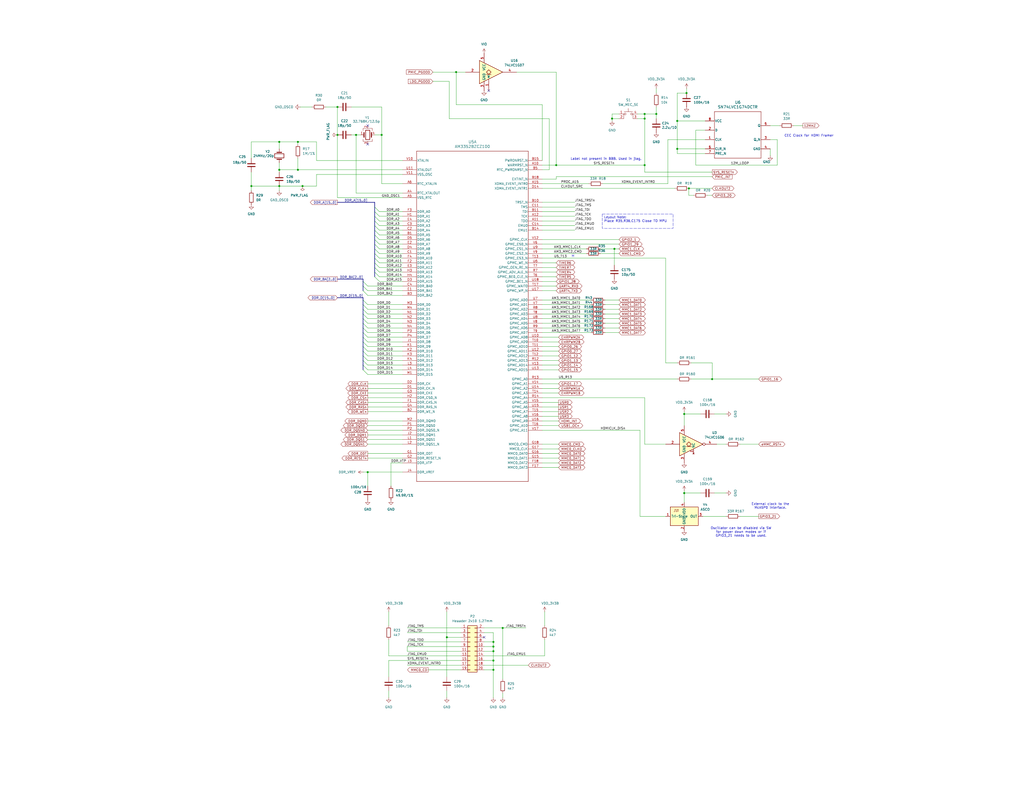
<source format=kicad_sch>
(kicad_sch (version 20231120) (generator "eeschema") (generator_version "8.0")
  (paper "C")
  (title_block (title "PROCESSOR 1 OF 3, JTAG HEADER"))
  (junction (at 269.24 360.68))
  (junction (at 375.92 102.87))
  (junction (at 373.38 269.24))
  (junction (at 369.57 81.28))
  (junction (at 200.66 257.81))
  (junction (at 165.1 101.6))
  (junction (at 137.16 101.6))
  (junction (at 248.92 39.37))
  (junction (at 374.65 50.8))
  (junction (at 269.24 365.76))
  (junction (at 162.56 92.71))
  (junction (at 334.01 64.77))
  (junction (at 335.28 135.89))
  (junction (at 373.38 226.06))
  (junction (at 269.24 350.52))
  (junction (at 351.79 64.77))
  (junction (at 351.79 90.17))
  (junction (at 184.15 73.66))
  (junction (at 269.24 353.06))
  (junction (at 303.53 90.17))
  (junction (at 274.32 342.9))
  (junction (at 388.62 207.01))
  (junction (at 351.79 62.23))
  (junction (at 162.56 77.47))
  (junction (at 369.57 66.04))
  (junction (at 243.84 347.98))
  (junction (at 152.4 101.6))
  (junction (at 152.4 92.71))
  (junction (at 194.31 73.66))
  (junction (at 184.15 58.42))
  (junction (at 269.24 355.6))
  (junction (at 358.14 62.23))
  (junction (at 208.28 73.66))
  (junction (at 152.4 77.47))
  (no_connect (at 264.16 347.98))
  (no_connect (at 200.66 78.74))
  (no_connect (at 266.7 49.53))
  (no_connect (at 200.66 68.58))
  (bus_entry (at 204.47 123.19) (size 2.54 2.54))
  (bus_entry (at 204.47 133.35) (size 2.54 2.54))
  (bus_entry (at 204.47 146.05) (size 2.54 2.54))
  (bus_entry (at 204.47 120.65) (size 2.54 2.54))
  (bus_entry (at 204.47 130.81) (size 2.54 2.54))
  (bus_entry (at 198.12 163.83) (size 2.54 2.54))
  (bus_entry (at 198.12 194.31) (size 2.54 2.54))
  (bus_entry (at 204.47 143.51) (size 2.54 2.54))
  (bus_entry (at 204.47 151.13) (size 2.54 2.54))
  (bus_entry (at 204.47 148.59) (size 2.54 2.54))
  (bus_entry (at 198.12 199.39) (size 2.54 2.54))
  (bus_entry (at 204.47 125.73) (size 2.54 2.54))
  (bus_entry (at 204.47 138.43) (size 2.54 2.54))
  (bus_entry (at 198.12 158.75) (size 2.54 2.54))
  (bus_entry (at 198.12 179.07) (size 2.54 2.54))
  (bus_entry (at 198.12 176.53) (size 2.54 2.54))
  (bus_entry (at 198.12 173.99) (size 2.54 2.54))
  (bus_entry (at 198.12 181.61) (size 2.54 2.54))
  (bus_entry (at 204.47 135.89) (size 2.54 2.54))
  (bus_entry (at 198.12 186.69) (size 2.54 2.54))
  (bus_entry (at 204.47 118.11) (size 2.54 2.54))
  (bus_entry (at 198.12 168.91) (size 2.54 2.54))
  (bus_entry (at 198.12 153.67) (size 2.54 2.54))
  (bus_entry (at 198.12 189.23) (size 2.54 2.54))
  (bus_entry (at 198.12 184.15) (size 2.54 2.54))
  (bus_entry (at 198.12 201.93) (size 2.54 2.54))
  (bus_entry (at 204.47 140.97) (size 2.54 2.54))
  (bus_entry (at 204.47 113.03) (size 2.54 2.54))
  (bus_entry (at 198.12 196.85) (size 2.54 2.54))
  (bus_entry (at 204.47 128.27) (size 2.54 2.54))
  (bus_entry (at 198.12 171.45) (size 2.54 2.54))
  (bus_entry (at 204.47 115.57) (size 2.54 2.54))
  (bus_entry (at 198.12 191.77) (size 2.54 2.54))
  (bus_entry (at 198.12 156.21) (size 2.54 2.54))
  (bus_entry (at 198.12 166.37) (size 2.54 2.54))
  (bus (pts (xy 204.47 143.51) (xy 204.47 140.97)))
  (bus (pts (xy 198.12 194.31) (xy 198.12 191.77)))
  (wire (pts (xy 384.81 71.12) (xy 379.73 71.12)))
  (bus (pts (xy 198.12 171.45) (xy 198.12 168.91)))
  (wire (pts (xy 200.66 242.57) (xy 219.71 242.57)))
  (wire (pts (xy 337.82 62.23) (xy 334.01 62.23)))
  (wire (pts (xy 172.72 95.25) (xy 172.72 101.6)))
  (wire (pts (xy 377.19 198.12) (xy 388.62 198.12)))
  (wire (pts (xy 212.09 341.63) (xy 212.09 334.01)))
  (wire (pts (xy 207.01 118.11) (xy 219.71 118.11)))
  (wire (pts (xy 384.81 83.82) (xy 369.57 83.82)))
  (wire (pts (xy 163.83 58.42) (xy 170.18 58.42)))
  (wire (pts (xy 269.24 350.52) (xy 269.24 353.06)))
  (wire (pts (xy 295.91 252.73) (xy 304.8 252.73)))
  (wire (pts (xy 264.16 355.6) (xy 269.24 355.6)))
  (wire (pts (xy 200.66 158.75) (xy 219.71 158.75)))
  (wire (pts (xy 264.16 350.52) (xy 269.24 350.52)))
  (wire (pts (xy 327.66 135.89) (xy 335.28 135.89)))
  (wire (pts (xy 295.91 250.19) (xy 304.8 250.19)))
  (wire (pts (xy 373.38 226.06) (xy 382.27 226.06)))
  (wire (pts (xy 375.92 102.87) (xy 375.92 106.68)))
  (wire (pts (xy 295.91 120.65) (xy 313.69 120.65)))
  (wire (pts (xy 208.28 58.42) (xy 208.28 73.66)))
  (wire (pts (xy 349.25 234.95) (xy 349.25 281.94)))
  (wire (pts (xy 212.09 358.14) (xy 212.09 349.25)))
  (wire (pts (xy 295.91 229.87) (xy 304.8 229.87)))
  (wire (pts (xy 330.2 181.61) (xy 337.82 181.61)))
  (wire (pts (xy 358.14 58.42) (xy 358.14 62.23)))
  (bus (pts (xy 198.12 176.53) (xy 198.12 173.99)))
  (wire (pts (xy 347.98 64.77) (xy 351.79 64.77)))
  (wire (pts (xy 200.66 166.37) (xy 219.71 166.37)))
  (bus (pts (xy 204.47 133.35) (xy 204.47 130.81)))
  (wire (pts (xy 184.15 58.42) (xy 184.15 73.66)))
  (wire (pts (xy 295.91 196.85) (xy 304.8 196.85)))
  (bus (pts (xy 204.47 151.13) (xy 204.47 148.59)))
  (wire (pts (xy 295.91 181.61) (xy 322.58 181.61)))
  (wire (pts (xy 330.2 176.53) (xy 337.82 176.53)))
  (wire (pts (xy 200.66 184.15) (xy 219.71 184.15)))
  (wire (pts (xy 207.01 120.65) (xy 219.71 120.65)))
  (wire (pts (xy 264.16 360.68) (xy 269.24 360.68)))
  (wire (pts (xy 388.62 207.01) (xy 414.02 207.01)))
  (bus (pts (xy 184.15 152.4) (xy 198.12 152.4)))
  (wire (pts (xy 328.93 100.33) (xy 364.49 100.33)))
  (wire (pts (xy 295.91 191.77) (xy 304.8 191.77)))
  (wire (pts (xy 274.32 342.9) (xy 274.32 370.84)))
  (wire (pts (xy 200.66 181.61) (xy 219.71 181.61)))
  (wire (pts (xy 374.65 48.26) (xy 374.65 50.8)))
  (wire (pts (xy 248.92 39.37) (xy 254 39.37)))
  (wire (pts (xy 251.46 347.98) (xy 243.84 347.98)))
  (wire (pts (xy 222.25 342.9) (xy 251.46 342.9)))
  (wire (pts (xy 207.01 133.35) (xy 219.71 133.35)))
  (wire (pts (xy 200.66 257.81) (xy 219.71 257.81)))
  (wire (pts (xy 137.16 86.36) (xy 137.16 77.47)))
  (bus (pts (xy 198.12 199.39) (xy 198.12 196.85)))
  (wire (pts (xy 295.91 207.01) (xy 369.57 207.01)))
  (wire (pts (xy 219.71 107.95) (xy 184.15 107.95)))
  (wire (pts (xy 379.73 71.12) (xy 379.73 90.17)))
  (wire (pts (xy 358.14 48.26) (xy 358.14 50.8)))
  (wire (pts (xy 295.91 201.93) (xy 304.8 201.93)))
  (wire (pts (xy 162.56 92.71) (xy 219.71 92.71)))
  (wire (pts (xy 222.25 345.44) (xy 251.46 345.44)))
  (wire (pts (xy 295.91 222.25) (xy 304.8 222.25)))
  (wire (pts (xy 207.01 151.13) (xy 219.71 151.13)))
  (wire (pts (xy 264.16 358.14) (xy 297.18 358.14)))
  (wire (pts (xy 243.84 347.98) (xy 243.84 369.57)))
  (wire (pts (xy 207.01 138.43) (xy 219.71 138.43)))
  (wire (pts (xy 269.24 353.06) (xy 269.24 355.6)))
  (wire (pts (xy 200.66 219.71) (xy 219.71 219.71)))
  (bus (pts (xy 204.47 120.65) (xy 204.47 118.11)))
  (wire (pts (xy 295.91 115.57) (xy 313.69 115.57)))
  (wire (pts (xy 219.71 105.41) (xy 194.31 105.41)))
  (wire (pts (xy 386.08 106.68) (xy 388.62 106.68)))
  (wire (pts (xy 269.24 355.6) (xy 269.24 360.68)))
  (wire (pts (xy 251.46 360.68) (xy 212.09 360.68)))
  (wire (pts (xy 137.16 104.14) (xy 137.16 101.6)))
  (wire (pts (xy 207.01 135.89) (xy 219.71 135.89)))
  (wire (pts (xy 295.91 217.17) (xy 351.79 217.17)))
  (wire (pts (xy 297.18 358.14) (xy 297.18 349.25)))
  (wire (pts (xy 248.92 57.15) (xy 248.92 39.37)))
  (wire (pts (xy 295.91 189.23) (xy 304.8 189.23)))
  (wire (pts (xy 200.66 232.41) (xy 219.71 232.41)))
  (wire (pts (xy 295.91 158.75) (xy 303.53 158.75)))
  (bus (pts (xy 198.12 196.85) (xy 198.12 194.31)))
  (wire (pts (xy 219.71 100.33) (xy 208.28 100.33)))
  (wire (pts (xy 351.79 90.17) (xy 351.79 93.98)))
  (wire (pts (xy 295.91 255.27) (xy 304.8 255.27)))
  (wire (pts (xy 222.25 350.52) (xy 251.46 350.52)))
  (wire (pts (xy 200.66 209.55) (xy 219.71 209.55)))
  (bus (pts (xy 198.12 153.67) (xy 198.12 156.21)))
  (wire (pts (xy 200.66 196.85) (xy 219.71 196.85)))
  (wire (pts (xy 327.66 138.43) (xy 337.82 138.43)))
  (wire (pts (xy 172.72 77.47) (xy 172.72 87.63)))
  (wire (pts (xy 369.57 83.82) (xy 369.57 81.28)))
  (wire (pts (xy 295.91 247.65) (xy 304.8 247.65)))
  (wire (pts (xy 264.16 342.9) (xy 274.32 342.9)))
  (wire (pts (xy 295.91 209.55) (xy 304.8 209.55)))
  (wire (pts (xy 165.1 101.6) (xy 172.72 101.6)))
  (wire (pts (xy 207.01 148.59) (xy 219.71 148.59)))
  (wire (pts (xy 388.62 207.01) (xy 377.19 207.01)))
  (bus (pts (xy 198.12 181.61) (xy 198.12 179.07)))
  (wire (pts (xy 351.79 93.98) (xy 388.62 93.98)))
  (wire (pts (xy 213.36 252.73) (xy 213.36 265.43)))
  (wire (pts (xy 420.37 68.58) (xy 425.45 68.58)))
  (wire (pts (xy 162.56 86.36) (xy 162.56 92.71)))
  (bus (pts (xy 204.47 135.89) (xy 204.47 133.35)))
  (wire (pts (xy 403.86 281.94) (xy 414.02 281.94)))
  (bus (pts (xy 204.47 128.27) (xy 204.47 125.73)))
  (wire (pts (xy 295.91 135.89) (xy 320.04 135.89)))
  (wire (pts (xy 207.01 115.57) (xy 219.71 115.57)))
  (wire (pts (xy 295.91 57.15) (xy 248.92 57.15)))
  (wire (pts (xy 295.91 110.49) (xy 313.69 110.49)))
  (wire (pts (xy 330.2 171.45) (xy 337.82 171.45)))
  (wire (pts (xy 200.66 168.91) (xy 219.71 168.91)))
  (wire (pts (xy 335.28 135.89) (xy 335.28 144.78)))
  (wire (pts (xy 373.38 267.97) (xy 373.38 269.24)))
  (wire (pts (xy 200.66 257.81) (xy 200.66 265.43)))
  (wire (pts (xy 200.66 189.23) (xy 219.71 189.23)))
  (wire (pts (xy 207.01 140.97) (xy 219.71 140.97)))
  (wire (pts (xy 369.57 50.8) (xy 369.57 66.04)))
  (wire (pts (xy 330.2 163.83) (xy 337.82 163.83)))
  (wire (pts (xy 364.49 76.2) (xy 384.81 76.2)))
  (wire (pts (xy 295.91 151.13) (xy 303.53 151.13)))
  (wire (pts (xy 152.4 92.71) (xy 152.4 88.9)))
  (wire (pts (xy 295.91 214.63) (xy 304.8 214.63)))
  (wire (pts (xy 335.28 135.89) (xy 337.82 135.89)))
  (wire (pts (xy 200.66 224.79) (xy 219.71 224.79)))
  (wire (pts (xy 200.66 201.93) (xy 219.71 201.93)))
  (wire (pts (xy 219.71 252.73) (xy 213.36 252.73)))
  (wire (pts (xy 200.66 250.19) (xy 219.71 250.19)))
  (wire (pts (xy 269.24 345.44) (xy 269.24 350.52)))
  (wire (pts (xy 200.66 247.65) (xy 219.71 247.65)))
  (wire (pts (xy 295.91 87.63) (xy 295.91 57.15)))
  (wire (pts (xy 152.4 104.14) (xy 152.4 101.6)))
  (wire (pts (xy 295.91 184.15) (xy 304.8 184.15)))
  (wire (pts (xy 334.01 64.77) (xy 337.82 64.77)))
  (wire (pts (xy 295.91 176.53) (xy 322.58 176.53)))
  (wire (pts (xy 200.66 240.03) (xy 219.71 240.03)))
  (wire (pts (xy 295.91 168.91) (xy 322.58 168.91)))
  (bus (pts (xy 198.12 153.67) (xy 198.12 152.4)))
  (wire (pts (xy 194.31 73.66) (xy 196.85 73.66)))
  (wire (pts (xy 200.66 234.95) (xy 219.71 234.95)))
  (wire (pts (xy 369.57 81.28) (xy 384.81 81.28)))
  (wire (pts (xy 162.56 78.74) (xy 162.56 77.47)))
  (wire (pts (xy 334.01 64.77) (xy 334.01 66.04)))
  (bus (pts (xy 198.12 173.99) (xy 198.12 171.45)))
  (wire (pts (xy 303.53 96.52) (xy 388.62 96.52)))
  (wire (pts (xy 374.65 50.8) (xy 369.57 50.8)))
  (bus (pts (xy 198.12 163.83) (xy 198.12 162.56)))
  (wire (pts (xy 295.91 143.51) (xy 303.53 143.51)))
  (wire (pts (xy 295.91 118.11) (xy 313.69 118.11)))
  (wire (pts (xy 200.66 212.09) (xy 219.71 212.09)))
  (wire (pts (xy 373.38 226.06) (xy 373.38 232.41)))
  (wire (pts (xy 391.16 242.57) (xy 396.24 242.57)))
  (wire (pts (xy 200.66 156.21) (xy 219.71 156.21)))
  (wire (pts (xy 295.91 242.57) (xy 304.8 242.57)))
  (wire (pts (xy 351.79 62.23) (xy 358.14 62.23)))
  (bus (pts (xy 198.12 166.37) (xy 198.12 163.83)))
  (wire (pts (xy 295.91 153.67) (xy 303.53 153.67)))
  (wire (pts (xy 191.77 73.66) (xy 194.31 73.66)))
  (wire (pts (xy 162.56 77.47) (xy 152.4 77.47)))
  (bus (pts (xy 198.12 201.93) (xy 198.12 199.39)))
  (wire (pts (xy 295.91 186.69) (xy 304.8 186.69)))
  (wire (pts (xy 200.66 171.45) (xy 219.71 171.45)))
  (bus (pts (xy 204.47 130.81) (xy 204.47 128.27)))
  (wire (pts (xy 222.25 363.22) (xy 251.46 363.22)))
  (wire (pts (xy 295.91 156.21) (xy 303.53 156.21)))
  (wire (pts (xy 295.91 92.71) (xy 299.72 92.71)))
  (wire (pts (xy 295.91 199.39) (xy 304.8 199.39)))
  (wire (pts (xy 200.66 217.17) (xy 219.71 217.17)))
  (wire (pts (xy 295.91 245.11) (xy 304.8 245.11)))
  (wire (pts (xy 373.38 269.24) (xy 382.27 269.24)))
  (bus (pts (xy 204.47 138.43) (xy 204.47 135.89)))
  (wire (pts (xy 207.01 125.73) (xy 219.71 125.73)))
  (wire (pts (xy 351.79 242.57) (xy 363.22 242.57)))
  (wire (pts (xy 243.84 334.01) (xy 243.84 347.98)))
  (wire (pts (xy 379.73 90.17) (xy 424.18 90.17)))
  (wire (pts (xy 295.91 219.71) (xy 304.8 219.71)))
  (wire (pts (xy 330.2 173.99) (xy 337.82 173.99)))
  (wire (pts (xy 295.91 130.81) (xy 337.82 130.81)))
  (wire (pts (xy 295.91 232.41) (xy 304.8 232.41)))
  (wire (pts (xy 184.15 107.95) (xy 184.15 73.66)))
  (wire (pts (xy 208.28 73.66) (xy 204.47 73.66)))
  (wire (pts (xy 295.91 234.95) (xy 349.25 234.95)))
  (wire (pts (xy 137.16 101.6) (xy 152.4 101.6)))
  (wire (pts (xy 297.18 334.01) (xy 297.18 341.63)))
  (wire (pts (xy 403.86 242.57) (xy 414.02 242.57)))
  (wire (pts (xy 194.31 105.41) (xy 194.31 73.66)))
  (bus (pts (xy 204.47 113.03) (xy 204.47 110.49)))
  (wire (pts (xy 236.22 44.45) (xy 245.11 44.45)))
  (bus (pts (xy 198.12 168.91) (xy 198.12 166.37)))
  (wire (pts (xy 295.91 125.73) (xy 313.69 125.73)))
  (wire (pts (xy 200.66 179.07) (xy 219.71 179.07)))
  (wire (pts (xy 200.66 161.29) (xy 219.71 161.29)))
  (wire (pts (xy 200.66 237.49) (xy 219.71 237.49)))
  (wire (pts (xy 251.46 355.6) (xy 222.25 355.6)))
  (wire (pts (xy 264.16 345.44) (xy 269.24 345.44)))
  (wire (pts (xy 334.01 62.23) (xy 334.01 64.77)))
  (wire (pts (xy 200.66 204.47) (xy 219.71 204.47)))
  (wire (pts (xy 243.84 377.19) (xy 243.84 381)))
  (wire (pts (xy 236.22 39.37) (xy 248.92 39.37)))
  (wire (pts (xy 383.54 281.94) (xy 396.24 281.94)))
  (wire (pts (xy 295.91 179.07) (xy 322.58 179.07)))
  (wire (pts (xy 295.91 138.43) (xy 320.04 138.43)))
  (wire (pts (xy 200.66 214.63) (xy 219.71 214.63)))
  (bus (pts (xy 198.12 156.21) (xy 198.12 158.75)))
  (wire (pts (xy 152.4 101.6) (xy 165.1 101.6)))
  (wire (pts (xy 222.25 355.6) (xy 222.25 353.06)))
  (wire (pts (xy 303.53 39.37) (xy 281.94 39.37)))
  (wire (pts (xy 295.91 171.45) (xy 322.58 171.45)))
  (bus (pts (xy 204.47 148.59) (xy 204.47 146.05)))
  (wire (pts (xy 295.91 212.09) (xy 304.8 212.09)))
  (wire (pts (xy 137.16 77.47) (xy 152.4 77.47)))
  (wire (pts (xy 351.79 90.17) (xy 351.79 64.77)))
  (wire (pts (xy 295.91 140.97) (xy 363.22 140.97)))
  (wire (pts (xy 200.66 229.87) (xy 219.71 229.87)))
  (wire (pts (xy 264.16 365.76) (xy 269.24 365.76)))
  (wire (pts (xy 207.01 123.19) (xy 219.71 123.19)))
  (wire (pts (xy 200.66 194.31) (xy 219.71 194.31)))
  (bus (pts (xy 198.12 179.07) (xy 198.12 176.53)))
  (wire (pts (xy 269.24 365.76) (xy 269.24 381)))
  (wire (pts (xy 373.38 269.24) (xy 373.38 274.32)))
  (wire (pts (xy 295.91 194.31) (xy 304.8 194.31)))
  (wire (pts (xy 207.01 130.81) (xy 219.71 130.81)))
  (wire (pts (xy 388.62 198.12) (xy 388.62 207.01)))
  (wire (pts (xy 364.49 100.33) (xy 364.49 76.2)))
  (wire (pts (xy 264.16 353.06) (xy 269.24 353.06)))
  (wire (pts (xy 198.12 257.81) (xy 200.66 257.81)))
  (wire (pts (xy 172.72 95.25) (xy 219.71 95.25)))
  (wire (pts (xy 208.28 100.33) (xy 208.28 73.66)))
  (wire (pts (xy 207.01 128.27) (xy 219.71 128.27)))
  (wire (pts (xy 295.91 166.37) (xy 322.58 166.37)))
  (bus (pts (xy 198.12 186.69) (xy 198.12 184.15)))
  (wire (pts (xy 349.25 281.94) (xy 363.22 281.94)))
  (wire (pts (xy 172.72 87.63) (xy 219.71 87.63)))
  (wire (pts (xy 424.18 90.17) (xy 424.18 76.2)))
  (wire (pts (xy 152.4 93.98) (xy 152.4 92.71)))
  (wire (pts (xy 351.79 217.17) (xy 351.79 242.57)))
  (wire (pts (xy 363.22 140.97) (xy 363.22 198.12)))
  (wire (pts (xy 358.14 62.23) (xy 358.14 64.77)))
  (bus (pts (xy 198.12 189.23) (xy 198.12 186.69)))
  (wire (pts (xy 303.53 90.17) (xy 303.53 39.37)))
  (wire (pts (xy 424.18 76.2) (xy 420.37 76.2)))
  (wire (pts (xy 295.91 102.87) (xy 368.3 102.87)))
  (wire (pts (xy 200.66 199.39) (xy 219.71 199.39)))
  (wire (pts (xy 363.22 198.12) (xy 369.57 198.12)))
  (wire (pts (xy 152.4 77.47) (xy 152.4 81.28)))
  (wire (pts (xy 172.72 77.47) (xy 162.56 77.47)))
  (wire (pts (xy 299.72 92.71) (xy 299.72 64.77)))
  (bus (pts (xy 204.47 140.97) (xy 204.47 138.43)))
  (bus (pts (xy 204.47 146.05) (xy 204.47 143.51)))
  (wire (pts (xy 369.57 66.04) (xy 384.81 66.04)))
  (wire (pts (xy 269.24 360.68) (xy 269.24 365.76)))
  (wire (pts (xy 207.01 143.51) (xy 219.71 143.51)))
  (wire (pts (xy 264.16 363.22) (xy 288.29 363.22)))
  (wire (pts (xy 212.09 377.19) (xy 212.09 381)))
  (bus (pts (xy 198.12 184.15) (xy 198.12 181.61)))
  (wire (pts (xy 420.37 81.28) (xy 420.37 85.09)))
  (wire (pts (xy 373.38 224.79) (xy 373.38 226.06)))
  (wire (pts (xy 347.98 62.23) (xy 351.79 62.23)))
  (wire (pts (xy 233.68 365.76) (xy 251.46 365.76)))
  (wire (pts (xy 177.8 58.42) (xy 184.15 58.42)))
  (wire (pts (xy 433.07 68.58) (xy 438.15 68.58)))
  (wire (pts (xy 389.89 269.24) (xy 396.24 269.24)))
  (wire (pts (xy 200.66 186.69) (xy 219.71 186.69)))
  (wire (pts (xy 375.92 106.68) (xy 378.46 106.68)))
  (wire (pts (xy 295.91 227.33) (xy 304.8 227.33)))
  (bus (pts (xy 184.15 162.56) (xy 198.12 162.56)))
  (wire (pts (xy 295.91 97.79) (xy 303.53 97.79)))
  (wire (pts (xy 295.91 133.35) (xy 337.82 133.35)))
  (wire (pts (xy 375.92 102.87) (xy 388.62 102.87)))
  (wire (pts (xy 330.2 168.91) (xy 337.82 168.91)))
  (wire (pts (xy 191.77 58.42) (xy 208.28 58.42)))
  (wire (pts (xy 245.11 64.77) (xy 245.11 44.45)))
  (wire (pts (xy 162.56 92.71) (xy 152.4 92.71)))
  (bus (pts (xy 204.47 118.11) (xy 204.47 115.57)))
  (wire (pts (xy 351.79 62.23) (xy 351.79 64.77)))
  (wire (pts (xy 212.09 360.68) (xy 212.09 369.57)))
  (bus (pts (xy 198.12 191.77) (xy 198.12 189.23)))
  (wire (pts (xy 295.91 90.17) (xy 303.53 90.17)))
  (wire (pts (xy 212.09 358.14) (xy 251.46 358.14)))
  (wire (pts (xy 303.53 97.79) (xy 303.53 96.52)))
  (wire (pts (xy 369.57 81.28) (xy 369.57 66.04)))
  (wire (pts (xy 295.91 146.05) (xy 303.53 146.05)))
  (wire (pts (xy 274.32 378.46) (xy 274.32 381)))
  (wire (pts (xy 295.91 123.19) (xy 313.69 123.19)))
  (wire (pts (xy 274.32 342.9) (xy 287.02 342.9)))
  (wire (pts (xy 137.16 93.98) (xy 137.16 101.6)))
  (wire (pts (xy 295.91 173.99) (xy 322.58 173.99)))
  (wire (pts (xy 200.66 173.99) (xy 219.71 173.99)))
  (wire (pts (xy 330.2 179.07) (xy 337.82 179.07)))
  (wire (pts (xy 295.91 113.03) (xy 313.69 113.03)))
  (bus (pts (xy 204.47 115.57) (xy 204.47 113.03)))
  (wire (pts (xy 200.66 222.25) (xy 219.71 222.25)))
  (wire (pts (xy 295.91 224.79) (xy 304.8 224.79)))
  (wire (pts (xy 303.53 90.17) (xy 351.79 90.17)))
  (wire (pts (xy 295.91 100.33) (xy 321.31 100.33)))
  (wire (pts (xy 330.2 166.37) (xy 337.82 166.37)))
  (wire (pts (xy 295.91 148.59) (xy 303.53 148.59)))
  (wire (pts (xy 200.66 176.53) (xy 219.71 176.53)))
  (wire (pts (xy 207.01 146.05) (xy 219.71 146.05)))
  (wire (pts (xy 299.72 64.77) (xy 245.11 64.77)))
  (bus (pts (xy 204.47 125.73) (xy 204.47 123.19)))
  (wire (pts (xy 200.66 191.77) (xy 219.71 191.77)))
  (bus (pts (xy 184.15 110.49) (xy 204.47 110.49)))
  (wire (pts (xy 207.01 153.67) (xy 219.71 153.67)))
  (wire (pts (xy 222.25 353.06) (xy 251.46 353.06)))
  (wire (pts (xy 389.89 226.06) (xy 396.24 226.06)))
  (bus (pts (xy 204.47 123.19) (xy 204.47 120.65)))
  (wire (pts (xy 295.91 163.83) (xy 322.58 163.83)))
  (text_box "Leyout Note:\nPlace R35,R36,C175 Close TO MPU" (at 328.676 116.84 0) (size 38.608 7.874) (stroke (width 0) (type dash)) (effects (font (size 1.27 1.27)) (justify left top)))
  (text "External clock to the\nMcASP0 interface." (at 420.37 276.352 0) (effects (font (size 1.27 1.27))))
  (text "CEC Clock for HDMI Framer" (at 441.452 74.168 0) (effects (font (size 1.27 1.27))))
  (text "Label not present in BBB. Used in jtag." (at 330.708 86.868 0) (effects (font (size 1.27 1.27))))
  (text "H" (at 312.674 139.954 0) (effects (font (size 1.27 1.27))))
  (text "Oscillator can be disabled via SW\nfor power down modes or if\nGPIO3_21 needs to be used." (at 404.368 290.576 0) (effects (font (size 1.27 1.27))))
  (label "PROC_A15" (at 306.07 100.33 0))
  (label "DDR_A12" (at 210.82 146.05 0))
  (label "DDR_BA0" (at 205.74 156.21 0))
  (label "AM3_MMC1_DAT3" (at 300.99 171.45 0))
  (label "DDR_D4" (at 205.74 176.53 0))
  (label "DDR_A4" (at 210.82 125.73 0))
  (label "JTAG_TCK" (at 222.25 353.06 0))
  (label "DDR_A5" (at 210.82 128.27 0))
  (label "SYS_RESETn" (at 323.85 90.17 0))
  (label "DDR_D11" (at 205.74 194.31 0))
  (label "DDR_A13" (at 210.82 148.59 0))
  (label "AM3_MMC1_DAT1" (at 300.99 166.37 0))
  (label "DDR_BA[2..0]" (at 185.42 152.4 0))
  (label "DDR_A11" (at 210.82 143.51 0))
  (label "CLKOUT_SRC" (at 306.07 102.87 0))
  (label "JTAG_EMU0" (at 313.69 123.19 0))
  (label "DDR_D2" (at 205.74 171.45 0))
  (label "DDR_VTP" (at 213.36 252.73 0))
  (label "DDR_D12" (at 205.74 196.85 0))
  (label "DDR_D15" (at 205.74 204.47 0))
  (label "DDR_A1" (at 210.82 118.11 0))
  (label "JTAG_TCK" (at 313.69 118.11 0))
  (label "12M_LOOP" (at 398.78 90.17 0))
  (label "SYS_RESETn" (at 222.25 360.68 0))
  (label "AM3_MMC1_DAT5" (at 300.99 176.53 0))
  (label "JTAG_EMU1" (at 313.69 125.73 0))
  (label "DDR_A7" (at 210.82 133.35 0))
  (label "DDR_A9" (at 210.82 138.43 0))
  (label "DDR_BA2" (at 205.74 161.29 0))
  (label "AM3_MMC1_DAT7" (at 300.99 181.61 0))
  (label "JTAG_EMU0" (at 222.25 358.14 0))
  (label "JTAG_TRSTn" (at 313.69 110.49 0))
  (label "DDR_D3" (at 205.74 173.99 0))
  (label "DDR_A14" (at 210.82 151.13 0))
  (label "JTAG_TMS" (at 222.25 342.9 0))
  (label "AM3_MMC1_CLK" (at 302.26 135.89 0))
  (label "DDR_A0" (at 210.82 115.57 0))
  (label "AM3_MMC2_CMD" (at 302.26 138.43 0))
  (label "JTAG_TMS" (at 313.69 113.03 0))
  (label "U5_T13" (at 302.26 140.97 0))
  (label "DDR_A6" (at 210.82 130.81 0))
  (label "DDR_D14" (at 205.74 201.93 0))
  (label "DDR_D6" (at 205.74 181.61 0))
  (label "JTAG_EMU1" (at 287.02 358.14 180))
  (label "DDR_D13" (at 205.74 199.39 0))
  (label "DDR_A[15..0]" (at 187.96 110.49 0))
  (label "U5_R13" (at 304.8 207.01 0))
  (label "JTAG_TDI" (at 313.69 115.57 0))
  (label "DDR_D[15..0]" (at 185.42 162.56 0))
  (label "AM3_MMC1_DAT4" (at 300.99 173.99 0))
  (label "DDR_D9" (at 205.74 189.23 0))
  (label "GND_OSC1" (at 208.28 107.95 0))
  (label "DDR_A2" (at 210.82 120.65 0))
  (label "DDR_A15" (at 210.82 153.67 0))
  (label "DDR_D8" (at 205.74 186.69 0))
  (label "AM3_MMC1_DAT6" (at 300.99 179.07 0))
  (label "DDR_D0" (at 205.74 166.37 0))
  (label "DDR_BA1" (at 205.74 158.75 0))
  (label "AM3_MMC1_DAT2" (at 300.99 168.91 0))
  (label "JTAG_TDI" (at 222.25 345.44 0))
  (label "DDR_D1" (at 205.74 168.91 0))
  (label "DDR_A3" (at 210.82 123.19 0))
  (label "XDMA_EVENT_INTRO" (at 339.09 100.33 0))
  (label "DDR_A8" (at 210.82 135.89 0))
  (label "XDMA_EVENT_INTRO" (at 222.25 363.22 0))
  (label "AM3_MMC1_DAT0" (at 300.99 163.83 0))
  (label "HDMICLK_DISn" (at 327.66 234.95 0))
  (label "DDR_D10" (at 205.74 191.77 0))
  (label "JTAG_TDO" (at 222.25 350.52 0))
  (label "DDR_D7" (at 205.74 184.15 0))
  (label "JTAG_TDO" (at 313.69 120.65 0))
  (label "DDR_A10" (at 210.82 140.97 0))
  (label "DDR_D5" (at 205.74 179.07 0))
  (label "JTAG_TRSTn" (at 287.02 342.9 180))
  (global_label "eMMC_RSTn" (shape bidirectional) (at 414.02 242.57 0) (property "Intersheetrefs" "${INTERSHEET_REFS}" (effects (hide yes))))
  (global_label "MMC1_DAT6" (shape bidirectional) (at 337.82 179.07 0) (property "Intersheetrefs" "${INTERSHEET_REFS}" (effects (hide yes))))
  (global_label "DDR_RASn" (shape output) (at 200.66 222.25 180) (property "Intersheetrefs" "${INTERSHEET_REFS}" (effects (hide yes))))
  (global_label "GPIO3_21" (shape output) (at 414.02 281.94 0) (property "Intersheetrefs" "${INTERSHEET_REFS}" (effects (hide yes))))
  (global_label "MMC1_DAT3" (shape bidirectional) (at 337.82 171.45 0) (property "Intersheetrefs" "${INTERSHEET_REFS}" (effects (hide yes))))
  (global_label "DDR_BA[2..0]" (shape output) (at 184.15 152.4 180) (property "Intersheetrefs" "${INTERSHEET_REFS}" (effects (hide yes))))
  (global_label "CLKOUT2" (shape bidirectional) (at 288.29 363.22 0) (property "Intersheetrefs" "${INTERSHEET_REFS}" (effects (hide yes))))
  (global_label "MMC0_CD" (shape output) (at 233.68 365.76 180) (property "Intersheetrefs" "${INTERSHEET_REFS}" (effects (hide yes))))
  (global_label "MMC1_CMD" (shape bidirectional) (at 337.82 138.43 0) (property "Intersheetrefs" "${INTERSHEET_REFS}" (effects (hide yes))))
  (global_label "DDR_DQM1" (shape output) (at 200.66 237.49 180) (property "Intersheetrefs" "${INTERSHEET_REFS}" (effects (hide yes))))
  (global_label "CLKOUT2" (shape bidirectional) (at 388.62 102.87 0) (property "Intersheetrefs" "${INTERSHEET_REFS}" (effects (hide yes))))
  (global_label "MMC1_DAT1" (shape bidirectional) (at 337.82 166.37 0) (property "Intersheetrefs" "${INTERSHEET_REFS}" (effects (hide yes))))
  (global_label "DDR_DQM0" (shape output) (at 200.66 229.87 180) (property "Intersheetrefs" "${INTERSHEET_REFS}" (effects (hide yes))))
  (global_label "EHRPWM2B" (shape bidirectional) (at 304.8 186.69 0) (property "Intersheetrefs" "${INTERSHEET_REFS}" (effects (hide yes))))
  (global_label "GPIO1_12" (shape bidirectional) (at 304.8 194.31 0) (property "Intersheetrefs" "${INTERSHEET_REFS}" (effects (hide yes))))
  (global_label "DDR_CASn" (shape output) (at 200.66 219.71 180) (property "Intersheetrefs" "${INTERSHEET_REFS}" (effects (hide yes))))
  (global_label "MMC1_CLK" (shape bidirectional) (at 337.82 135.89 0) (property "Intersheetrefs" "${INTERSHEET_REFS}" (effects (hide yes))))
  (global_label "DDR_DQSN0" (shape bidirectional) (at 200.66 234.95 180) (property "Intersheetrefs" "${INTERSHEET_REFS}" (effects (hide yes))))
  (global_label "USR3" (shape output) (at 304.8 227.33 0) (property "Intersheetrefs" "${INTERSHEET_REFS}" (effects (hide yes))))
  (global_label "DDR_D[15..0]" (shape bidirectional) (at 184.15 162.56 180) (property "Intersheetrefs" "${INTERSHEET_REFS}" (effects (hide yes))))
  (global_label "DDR_CLK" (shape output) (at 200.66 209.55 180) (property "Intersheetrefs" "${INTERSHEET_REFS}" (effects (hide yes))))
  (global_label "TIMER6" (shape bidirectional) (at 303.53 143.51 0) (property "Intersheetrefs" "${INTERSHEET_REFS}" (effects (hide yes))))
  (global_label "DDR_DQS0" (shape bidirectional) (at 200.66 232.41 180) (property "Intersheetrefs" "${INTERSHEET_REFS}" (effects (hide yes))))
  (global_label "PMIC_PGOOD" (shape input) (at 236.22 39.37 180) (property "Intersheetrefs" "${INTERSHEET_REFS}" (effects (hide yes))))
  (global_label "MMC1_DAT0" (shape bidirectional) (at 337.82 163.83 0) (property "Intersheetrefs" "${INTERSHEET_REFS}" (effects (hide yes))))
  (global_label "GPIO3_20" (shape bidirectional) (at 388.62 106.68 0) (property "Intersheetrefs" "${INTERSHEET_REFS}" (effects (hide yes))))
  (global_label "MMC0_DAT3" (shape bidirectional) (at 304.8 255.27 0) (property "Intersheetrefs" "${INTERSHEET_REFS}" (effects (hide yes))))
  (global_label "DDR_ODT" (shape output) (at 200.66 247.65 180) (property "Intersheetrefs" "${INTERSHEET_REFS}" (effects (hide yes))))
  (global_label "GPIO1_16" (shape bidirectional) (at 414.02 207.01 0) (property "Intersheetrefs" "${INTERSHEET_REFS}" (effects (hide yes))))
  (global_label "12MHZ" (shape output) (at 438.15 68.58 0) (property "Intersheetrefs" "${INTERSHEET_REFS}" (effects (hide yes))))
  (global_label "DDR_CLKn" (shape output) (at 200.66 212.09 180) (property "Intersheetrefs" "${INTERSHEET_REFS}" (effects (hide yes))))
  (global_label "HDMI_INT" (shape bidirectional) (at 304.8 229.87 0) (property "Intersheetrefs" "${INTERSHEET_REFS}" (effects (hide yes))))
  (global_label "GPIO1_29" (shape bidirectional) (at 337.82 133.35 0) (property "Intersheetrefs" "${INTERSHEET_REFS}" (effects (hide yes))))
  (global_label "SYS_RESETn" (shape output) (at 388.62 93.98 0) (property "Intersheetrefs" "${INTERSHEET_REFS}" (effects (hide yes))))
  (global_label "DDR_DQSN1" (shape bidirectional) (at 200.66 242.57 180) (property "Intersheetrefs" "${INTERSHEET_REFS}" (effects (hide yes))))
  (global_label "TIMER5" (shape bidirectional) (at 303.53 151.13 0) (property "Intersheetrefs" "${INTERSHEET_REFS}" (effects (hide yes))))
  (global_label "USR1" (shape output) (at 304.8 222.25 0) (property "Intersheetrefs" "${INTERSHEET_REFS}" (effects (hide yes))))
  (global_label "MMC0_CLKO" (shape bidirectional) (at 304.8 245.11 0) (property "Intersheetrefs" "${INTERSHEET_REFS}" (effects (hide yes))))
  (global_label "MMC1_DAT4" (shape bidirectional) (at 337.82 173.99 0) (property "Intersheetrefs" "${INTERSHEET_REFS}" (effects (hide yes))))
  (global_label "MMC1_DAT5" (shape bidirectional) (at 337.82 176.53 0) (property "Intersheetrefs" "${INTERSHEET_REFS}" (effects (hide yes))))
  (global_label "EHRPWM2A" (shape bidirectional) (at 304.8 184.15 0) (property "Intersheetrefs" "${INTERSHEET_REFS}" (effects (hide yes))))
  (global_label "MMC0_DAT1" (shape bidirectional) (at 304.8 250.19 0) (property "Intersheetrefs" "${INTERSHEET_REFS}" (effects (hide yes))))
  (global_label "GPIO1_13" (shape bidirectional) (at 304.8 196.85 0) (property "Intersheetrefs" "${INTERSHEET_REFS}" (effects (hide yes))))
  (global_label "DDR_DQS1" (shape bidirectional) (at 200.66 240.03 180) (property "Intersheetrefs" "${INTERSHEET_REFS}" (effects (hide yes))))
  (global_label "GPIO1_28" (shape bidirectional) (at 303.53 153.67 0) (property "Intersheetrefs" "${INTERSHEET_REFS}" (effects (hide yes))))
  (global_label "GPIO0_26" (shape bidirectional) (at 304.8 189.23 0) (property "Intersheetrefs" "${INTERSHEET_REFS}" (effects (hide yes))))
  (global_label "DDR_CSn" (shape output) (at 200.66 217.17 180) (property "Intersheetrefs" "${INTERSHEET_REFS}" (effects (hide yes))))
  (global_label "GPIO1_15" (shape bidirectional) (at 304.8 201.93 0) (property "Intersheetrefs" "${INTERSHEET_REFS}" (effects (hide yes))))
  (global_label "DDR_WEn" (shape output) (at 200.66 224.79 180) (property "Intersheetrefs" "${INTERSHEET_REFS}" (effects (hide yes))))
  (global_label "MMC0_DAT2" (shape bidirectional) (at 304.8 252.73 0) (property "Intersheetrefs" "${INTERSHEET_REFS}" (effects (hide yes))))
  (global_label "MMC1_DAT2" (shape bidirectional) (at 337.82 168.91 0) (property "Intersheetrefs" "${INTERSHEET_REFS}" (effects (hide yes))))
  (global_label "TIMER7" (shape bidirectional) (at 303.53 146.05 0) (property "Intersheetrefs" "${INTERSHEET_REFS}" (effects (hide yes))))
  (global_label "EHRPWM1B" (shape bidirectional) (at 304.8 214.63 0) (property "Intersheetrefs" "${INTERSHEET_REFS}" (effects (hide yes))))
  (global_label "LDO_PGOOD" (shape input) (at 236.22 44.45 180) (property "Intersheetrefs" "${INTERSHEET_REFS}" (effects (hide yes))))
  (global_label "UART4_TXD" (shape bidirectional) (at 303.53 158.75 0) (property "Intersheetrefs" "${INTERSHEET_REFS}" (effects (hide yes))))
  (global_label "EHRPWM1A" (shape bidirectional) (at 304.8 212.09 0) (property "Intersheetrefs" "${INTERSHEET_REFS}" (effects (hide yes))))
  (global_label "GPIO2_1" (shape bidirectional) (at 337.82 130.81 0) (property "Intersheetrefs" "${INTERSHEET_REFS}" (effects (hide yes))))
  (global_label "DDR_RESETn" (shape output) (at 200.66 250.19 180) (property "Intersheetrefs" "${INTERSHEET_REFS}" (effects (hide yes))))
  (global_label "UART4_RXD" (shape bidirectional) (at 303.53 156.21 0) (property "Intersheetrefs" "${INTERSHEET_REFS}" (effects (hide yes))))
  (global_label "MMC1_DAT7" (shape bidirectional) (at 337.82 181.61 0) (property "Intersheetrefs" "${INTERSHEET_REFS}" (effects (hide yes))))
  (global_label "USB1_OCn" (shape bidirectional) (at 304.8 232.41 0) (property "Intersheetrefs" "${INTERSHEET_REFS}" (effects (hide yes))))
  (global_label "PMIC_INT" (shape input) (at 388.62 96.52 0) (property "Intersheetrefs" "${INTERSHEET_REFS}" (effects (hide yes))))
  (global_label "GPIO0_27" (shape bidirectional) (at 304.8 191.77 0) (property "Intersheetrefs" "${INTERSHEET_REFS}" (effects (hide yes))))
  (global_label "USR0" (shape output) (at 304.8 219.71 0) (property "Intersheetrefs" "${INTERSHEET_REFS}" (effects (hide yes))))
  (global_label "TIMER4" (shape bidirectional) (at 303.53 148.59 0) (property "Intersheetrefs" "${INTERSHEET_REFS}" (effects (hide yes))))
  (global_label "DDR_CKE" (shape output) (at 200.66 214.63 180) (property "Intersheetrefs" "${INTERSHEET_REFS}" (effects (hide yes))))
  (global_label "USR2" (shape output) (at 304.8 224.79 0) (property "Intersheetrefs" "${INTERSHEET_REFS}" (effects (hide yes))))
  (global_label "DDR_A[15..0]" (shape output) (at 184.15 110.49 180) (property "Intersheetrefs" "${INTERSHEET_REFS}" (effects (hide yes))))
  (global_label "MMC0_CMD" (shape bidirectional) (at 304.8 242.57 0) (property "Intersheetrefs" "${INTERSHEET_REFS}" (effects (hide yes))))
  (global_label "GPIO1_14" (shape bidirectional) (at 304.8 199.39 0) (property "Intersheetrefs" "${INTERSHEET_REFS}" (effects (hide yes))))
  (global_label "MMC0_DAT0" (shape bidirectional) (at 304.8 247.65 0) (property "Intersheetrefs" "${INTERSHEET_REFS}" (effects (hide yes))))
  (global_label "GPIO1_17" (shape bidirectional) (at 304.8 209.55 0) (property "Intersheetrefs" "${INTERSHEET_REFS}" (effects (hide yes))))
  (symbol (lib_id "MT41K256M16TW-107_P:R") (at 400.05 281.94 90) (unit 1)
    (property "Reference" "R167" (at 403.606 279.146 90))
    (property "Value" "33R" (at 398.78 279.146 90))
    (property "Footprint" "footprints:R_0402_1005Metric" (effects (hide yes)))
    (property "Description" "Resistor" (effects (hide yes)))
  )
  (symbol (lib_id "power:GND") (at 334.01 66.04 0) (unit 1)
    (property "Reference" "#PWR041" (effects (hide yes)))
    (property "Value" "GND" (at 334.01 71.12 0))
    (property "Description" "Power symbol creates a global label with name \"GND\" , ground" (effects (hide yes)))
  )
  (symbol (lib_id "power:GND") (at 420.37 85.09 0) (unit 1)
    (property "Reference" "#PWR046" (effects (hide yes)))
    (property "Value" "GND" (at 418.338 88.392 0))
    (property "Description" "Power symbol creates a global label with name \"GND\" , ground" (effects (hide yes)))
  )
  (symbol (lib_id "power:VD") (at 374.65 48.26 0) (unit 1)
    (property "Reference" "#PWR044" (effects (hide yes)))
    (property "Value" "VDD_3V3A" (at 374.65 43.18 0))
    (property "Description" "Power symbol creates a global label with name \"VD\"" (effects (hide yes)))
  )
  (symbol (lib_id "MT41K256M16TW-107_P:R") (at 326.39 173.99 90) (unit 1)
    (property "Reference" "R170" (at 321.31 172.72 90))
    (property "Value" "33R" (at 326.644 173.99 90))
    (property "Footprint" "footprints:R_0402_1005Metric" (effects (hide yes)))
    (property "Description" "Resistor" (effects (hide yes)))
  )
  (symbol (lib_id "power:GND") (at 152.4 104.14 0) (unit 1)
    (property "Reference" "#PWR034" (effects (hide yes)))
    (property "Value" "GND_OSC0" (at 152.4 109.22 0))
    (property "Description" "Power symbol creates a global label with name \"GND\" , ground" (effects (hide yes)))
  )
  (symbol (lib_id "MT41K256M16TW-107_P:R") (at 358.14 54.61 0) (unit 1)
    (property "Reference" "R14" (at 360.68 53.3399 0) (effects (justify left)))
    (property "Value" "10k" (at 360.68 55.8799 0) (effects (justify left)))
    (property "Footprint" "footprints:R_0402_1005Metric" (effects (hide yes)))
    (property "Description" "Resistor" (effects (hide yes)))
  )
  (symbol (lib_id "MT41K256M16TW-107_P:Crystal_GND23") (at 200.66 73.66 0) (unit 1)
    (property "Reference" "Y1" (at 200.406 64.262 0))
    (property "Value" "32.768K/12.5p" (at 199.898 66.294 0))
    (property "Footprint" "Crystal:Crystal_SMD_7050-4Pin_7.0x5.0mm" (effects (hide yes)))
    (property "Description" "Four pin crystal, GND on pins 2 and 3" (effects (hide yes)))
  )
  (symbol (lib_id "MT41K256M16TW-107_P:C") (at 152.4 97.79 180) (unit 1)
    (property "Reference" "C26" (at 156.21 96.5199 0) (effects (justify right)))
    (property "Value" "18p/50" (at 156.21 99.0599 0) (effects (justify right)))
    (property "Footprint" "footprints:C_0402_1005Metric" (effects (hide yes)))
    (property "Description" "Unpolarized capacitor" (effects (hide yes)))
  )
  (symbol (lib_id "power:GND") (at 137.16 111.76 0) (unit 1)
    (property "Reference" "#PWR035" (effects (hide yes)))
    (property "Value" "GND" (at 137.16 116.84 0))
    (property "Description" "Power symbol creates a global label with name \"GND\" , ground" (effects (hide yes)))
  )
  (symbol (lib_id "MT41K256M16TW-107_P:R") (at 213.36 269.24 0) (unit 1)
    (property "Reference" "R22" (at 215.9 267.9699 0) (effects (justify left)))
    (property "Value" "49.9R/1%" (at 215.9 270.5099 0) (effects (justify left)))
    (property "Footprint" "footprints:R_0402_1005Metric" (effects (hide yes)))
    (property "Description" "Resistor" (effects (hide yes)))
  )
  (symbol (lib_id "MT41K256M16TW-107_P:C") (at 386.08 269.24 90) (unit 1)
    (property "Reference" "C159" (at 386.08 261.62 90))
    (property "Value" "100n/16" (at 386.08 264.16 90))
    (property "Footprint" "footprints:C_0402_1005Metric" (effects (hide yes)))
    (property "Description" "Unpolarized capacitor" (effects (hide yes)))
  )
  (symbol (lib_id "MT41K256M16TW-107_P:C") (at 212.09 373.38 180) (unit 1)
    (property "Reference" "C30" (at 215.9 372.1099 0) (effects (justify right)))
    (property "Value" "100n/16" (at 215.9 374.6499 0) (effects (justify right)))
    (property "Footprint" "footprints:C_0402_1005Metric" (effects (hide yes)))
    (property "Description" "Unpolarized capacitor" (effects (hide yes)))
  )
  (symbol (lib_id "MT41K256M16TW-107_P:R") (at 323.85 138.43 90) (unit 1)
    (property "Reference" "R36" (at 328.422 136.906 90))
    (property "Value" "33R" (at 323.85 138.43 90))
    (property "Footprint" "footprints:R_0402_1005Metric" (effects (hide yes)))
    (property "Description" "Resistor" (effects (hide yes)))
  )
  (symbol (lib_id "power:PWR_FLAG") (at 184.15 73.66 90) (unit 1)
    (property "Reference" "#FLG08" (effects (hide yes)))
    (property "Value" "PWR_FLAG" (at 179.07 76.708 0) (effects (justify left)))
    (property "Description" "Special symbol for telling ERC where power comes from" (effects (hide yes)))
  )
  (symbol (lib_id "power:GND") (at 163.83 58.42 270) (unit 1)
    (property "Reference" "#PWR033" (effects (hide yes)))
    (property "Value" "GND_OSC0" (at 160.02 58.4199 90) (effects (justify right)))
    (property "Description" "Power symbol creates a global label with name \"GND\" , ground" (effects (hide yes)))
  )
  (symbol (lib_id "power:GND") (at 269.24 381 0) (unit 1)
    (property "Reference" "#PWR0206" (effects (hide yes)))
    (property "Value" "GND" (at 269.24 386.08 0))
    (property "Description" "Power symbol creates a global label with name \"GND\" , ground" (effects (hide yes)))
  )
  (symbol (lib_id "MT41K256M16TW-107_P:C") (at 374.65 54.61 0) (unit 1)
    (property "Reference" "C27" (at 378.46 53.3399 0) (effects (justify left)))
    (property "Value" "100n/16" (at 378.46 55.8799 0) (effects (justify left)))
    (property "Footprint" "footprints:C_0402_1005Metric" (effects (hide yes)))
    (property "Description" "Unpolarized capacitor" (effects (hide yes)))
  )
  (symbol (lib_id "power:GND") (at 335.28 152.4 0) (unit 1)
    (property "Reference" "#PWR047" (effects (hide yes)))
    (property "Value" "GND" (at 335.28 157.48 0))
    (property "Description" "Power symbol creates a global label with name \"GND\" , ground" (effects (hide yes)))
  )
  (symbol (lib_id "MT41K256M16TW-107_P:R") (at 400.05 242.57 90) (unit 1)
    (property "Reference" "R162" (at 403.606 239.776 90))
    (property "Value" "0R" (at 398.78 239.776 90))
    (property "Footprint" "footprints:R_0402_1005Metric" (effects (hide yes)))
    (property "Description" "Resistor" (effects (hide yes)))
  )
  (symbol (lib_id "MT41K256M16TW-107_P:R") (at 326.39 181.61 90) (unit 1)
    (property "Reference" "R173" (at 321.31 180.34 90))
    (property "Value" "33R" (at 326.644 181.61 90))
    (property "Footprint" "footprints:R_0402_1005Metric" (effects (hide yes)))
    (property "Description" "Resistor" (effects (hide yes)))
  )
  (symbol (lib_id "power:VD") (at 373.38 267.97 0) (unit 1)
    (property "Reference" "#PWR051" (effects (hide yes)))
    (property "Value" "VDD_3V3A" (at 373.38 262.89 0))
    (property "Description" "Power symbol creates a global label with name \"VD\"" (effects (hide yes)))
  )
  (symbol (lib_id "power:VDD") (at 198.12 257.81 90) (unit 1)
    (property "Reference" "#PWR038" (effects (hide yes)))
    (property "Value" "DDR_VREF" (at 194.31 257.8099 90) (effects (justify left)))
    (property "Description" "Power symbol creates a global label with name \"VDD\"" (effects (hide yes)))
  )
  (symbol (lib_id "power:VD") (at 297.18 334.01 0) (unit 1)
    (property "Reference" "#PWR0211" (effects (hide yes)))
    (property "Value" "VDD_3V3B" (at 295.402 329.438 0) (effects (justify left)))
    (property "Description" "Power symbol creates a global label with name \"VD\"" (effects (hide yes)))
  )
  (symbol (lib_id "MT41K256M16TW-107_P:R") (at 325.12 100.33 90) (unit 1)
    (property "Reference" "R18" (at 328.676 97.536 90))
    (property "Value" "33R" (at 323.85 97.536 90))
    (property "Footprint" "footprints:R_0402_1005Metric" (effects (hide yes)))
    (property "Description" "Resistor" (effects (hide yes)))
  )
  (symbol (lib_id "power:VD") (at 212.09 334.01 0) (unit 1)
    (property "Reference" "#PWR0210" (effects (hide yes)))
    (property "Value" "VDD_3V3B" (at 210.312 329.438 0) (effects (justify left)))
    (property "Description" "Power symbol creates a global label with name \"VD\"" (effects (hide yes)))
  )
  (symbol (lib_id "MT41K256M16TW-107_P:AM3352BZCZ100") (at 257.81 173.99 0) (unit 1)
    (property "Reference" "U5" (at 257.81 77.47 0) (effects (font (size 1.524 1.524))))
    (property "Value" "AM3352BZCZ100" (at 257.81 80.01 0) (effects (font (size 1.524 1.524))))
    (property "Footprint" "footprints:ZCZ0324A" (effects (hide yes)))
    (property "Datasheet" "AM3352BZCZ100" (effects (hide yes)))
  )
  (symbol (lib_id "MT41K256M16TW-107_P:R") (at 274.32 374.65 0) (unit 1)
    (property "Reference" "R25" (at 276.86 373.3799 0) (effects (justify left)))
    (property "Value" "4k7" (at 276.86 375.9199 0) (effects (justify left)))
    (property "Footprint" "footprints:R_0402_1005Metric" (effects (hide yes)))
    (property "Description" "Resistor" (effects (hide yes)))
  )
  (symbol (lib_id "power:GND") (at 396.24 226.06 90) (unit 1)
    (property "Reference" "#PWR049" (effects (hide yes)))
    (property "Value" "GND" (at 401.32 226.06 0))
    (property "Description" "Power symbol creates a global label with name \"GND\" , ground" (effects (hide yes)))
  )
  (symbol (lib_id "MT41K256M16TW-107_P:R") (at 326.39 179.07 90) (unit 1)
    (property "Reference" "R172" (at 321.31 177.8 90))
    (property "Value" "33R" (at 326.644 179.07 90))
    (property "Footprint" "footprints:R_0402_1005Metric" (effects (hide yes)))
    (property "Description" "Resistor" (effects (hide yes)))
  )
  (symbol (lib_id "power:GND") (at 243.84 381 0) (unit 1)
    (property "Reference" "#PWR0207" (effects (hide yes)))
    (property "Value" "GND" (at 243.84 386.08 0))
    (property "Description" "Power symbol creates a global label with name \"GND\" , ground" (effects (hide yes)))
  )
  (symbol (lib_id "MT41K256M16TW-107_P:R") (at 326.39 176.53 90) (unit 1)
    (property "Reference" "R171" (at 321.31 175.26 90))
    (property "Value" "33R" (at 326.644 176.53 90))
    (property "Footprint" "footprints:R_0402_1005Metric" (effects (hide yes)))
    (property "Description" "Resistor" (effects (hide yes)))
  )
  (symbol (lib_id "power:GND") (at 200.66 273.05 0) (unit 1)
    (property "Reference" "#PWR037" (effects (hide yes)))
    (property "Value" "GND" (at 200.66 278.13 0))
    (property "Description" "Power symbol creates a global label with name \"GND\" , ground" (effects (hide yes)))
  )
  (symbol (lib_id "MT41K256M16TW-107_P:R") (at 373.38 198.12 90) (unit 1)
    (property "Reference" "R161" (at 376.936 195.326 90))
    (property "Value" "0R" (at 372.11 195.326 90))
    (property "Footprint" "footprints:R_0402_1005Metric" (effects (hide yes)))
    (property "Description" "Resistor" (effects (hide yes)))
  )
  (symbol (lib_id "power:PWR_FLAG") (at 165.1 101.6 180) (unit 1)
    (property "Reference" "#FLG07" (effects (hide yes)))
    (property "Value" "PWR_FLAG" (at 168.148 106.68 0) (effects (justify left)))
    (property "Description" "Special symbol for telling ERC where power comes from" (effects (hide yes)))
  )
  (symbol (lib_id "MT41K256M16TW-107_P:R") (at 429.26 68.58 90) (unit 1)
    (property "Reference" "R21" (at 429.26 62.23 90))
    (property "Value" "33R" (at 429.26 64.77 90))
    (property "Footprint" "footprints:R_0402_1005Metric" (effects (hide yes)))
    (property "Description" "Resistor" (effects (hide yes)))
  )
  (symbol (lib_id "power:GND") (at 396.24 269.24 90) (unit 1)
    (property "Reference" "#PWR052" (effects (hide yes)))
    (property "Value" "GND" (at 401.32 269.24 0))
    (property "Description" "Power symbol creates a global label with name \"GND\" , ground" (effects (hide yes)))
  )
  (symbol (lib_id "MT41K256M16TW-107_P:Conn_02x10_Odd_Even") (at 256.54 353.06 0) (unit 1)
    (property "Reference" "P2" (at 257.81 336.55 0))
    (property "Value" "Heaader 2x10 1.27mm" (at 257.81 339.09 0))
    (property "Footprint" "footprints:header-10x2-1.27" (effects (hide yes)))
    (property "Description" "Generic connector, double row, 02x10, odd/even pin numbering scheme (row 1 odd numbers, row 2 even numbers), script generated (kicad-library-utils/schlib/autogen/connector/)" (effects (hide yes)))
  )
  (symbol (lib_id "MT41K256M16TW-107_P:SW_MEC_5E") (at 342.9 64.77 0) (unit 1)
    (property "Reference" "S1" (at 342.9 54.61 0))
    (property "Value" "SW_MEC_5E" (at 342.9 57.15 0))
    (property "Footprint" "footprints:KMR2xxG_CNK" (effects (hide yes)))
    (property "Datasheet" "http://www.apem.com/int/index.php?controller=attachment&id_attachment=1371" (effects (hide yes)))
    (property "Description" "MEC 5E single pole normally-open tactile switch" (effects (hide yes)))
  )
  (symbol (lib_id "power:VD") (at 243.84 334.01 0) (unit 1)
    (property "Reference" "#PWR0209" (effects (hide yes)))
    (property "Value" "VDD_3V3B" (at 242.062 329.438 0) (effects (justify left)))
    (property "Description" "Power symbol creates a global label with name \"VD\"" (effects (hide yes)))
  )
  (symbol (lib_id "MT41K256M16TW-107_P:R") (at 326.39 166.37 90) (unit 1)
    (property "Reference" "R44" (at 321.31 165.1 90))
    (property "Value" "33R" (at 326.644 166.37 90))
    (property "Footprint" "footprints:R_0402_1005Metric" (effects (hide yes)))
    (property "Description" "Resistor" (effects (hide yes)))
  )
  (symbol (lib_id "MT41K256M16TW-107_P:R") (at 137.16 107.95 180) (unit 1)
    (property "Reference" "R29" (at 139.7 106.6799 0) (effects (justify right)))
    (property "Value" "0R" (at 139.7 109.2199 0) (effects (justify right)))
    (property "Footprint" "footprints:R_0402_1005Metric" (effects (hide yes)))
    (property "Description" "Resistor" (effects (hide yes)))
  )
  (symbol (lib_id "MT41K256M16TW-107_P:R") (at 326.39 168.91 90) (unit 1)
    (property "Reference" "R168" (at 321.31 167.64 90))
    (property "Value" "33R" (at 326.644 168.91 90))
    (property "Footprint" "footprints:R_0402_1005Metric" (effects (hide yes)))
    (property "Description" "Resistor" (effects (hide yes)))
  )
  (symbol (lib_id "MT41K256M16TW-107_P:74LVC1G07") (at 269.24 39.37 0) (unit 1)
    (property "Reference" "U16" (at 280.67 33.0514 0))
    (property "Value" "74LVC1G07" (at 280.67 35.5914 0))
    (property "Footprint" "footprints:DCK0005A_L" (effects (hide yes)))
    (property "Datasheet" "https://www.ti.com/lit/ds/symlink/sn74lvc1g07.pdf" (effects (hide yes)))
    (property "Description" "Single Buffer Gate, Open Drain, Low-Voltage CMOS" (effects (hide yes)))
  )
  (symbol (lib_id "MT41K256M16TW-107_P:C") (at 386.08 226.06 90) (unit 1)
    (property "Reference" "C158" (at 386.08 218.44 90))
    (property "Value" "100n/16" (at 386.08 220.98 90))
    (property "Footprint" "footprints:C_0402_1005Metric" (effects (hide yes)))
    (property "Description" "Unpolarized capacitor" (effects (hide yes)))
  )
  (symbol (lib_id "MT41K256M16TW-107_P:C") (at 358.14 68.58 0) (unit 1)
    (property "Reference" "C24" (at 361.188 67.31 0) (effects (justify left)))
    (property "Value" "2.2u/10" (at 361.188 69.596 0) (effects (justify left)))
    (property "Footprint" "footprints:C_0402_1005Metric" (effects (hide yes)))
    (property "Description" "Unpolarized capacitor" (effects (hide yes)))
  )
  (symbol (lib_id "MT41K256M16TW-107_P:74LVC1G06") (at 378.46 242.57 0) (unit 1)
    (property "Reference" "U3" (at 389.89 236.2514 0))
    (property "Value" "74LVC1G06" (at 389.89 238.7914 0))
    (property "Footprint" "footprints:DCK0005A_L" (effects (hide yes)))
    (property "Datasheet" "http://www.ti.com/lit/sg/scyt129e/scyt129e.pdf" (effects (hide yes)))
    (property "Description" "Single NOT Gate, Open Drain, Low-Voltage CMOS" (effects (hide yes)))
  )
  (symbol (lib_id "power:VD") (at 358.14 48.26 0) (unit 1)
    (property "Reference" "#PWR042" (effects (hide yes)))
    (property "Value" "VDD_3V3A" (at 358.14 43.18 0))
    (property "Description" "Power symbol creates a global label with name \"VD\"" (effects (hide yes)))
  )
  (symbol (lib_id "power:GND") (at 264.16 49.53 0) (unit 1)
    (property "Reference" "#PWR039" (effects (hide yes)))
    (property "Value" "GND" (at 264.16 54.61 0))
    (property "Description" "Power symbol creates a global label with name \"GND\" , ground" (effects (hide yes)))
  )
  (symbol (lib_id "power:GND") (at 373.38 252.73 0) (unit 1)
    (property "Reference" "#PWR050" (effects (hide yes)))
    (property "Value" "GND" (at 373.38 257.81 0))
    (property "Description" "Power symbol creates a global label with name \"GND\" , ground" (effects (hide yes)))
  )
  (symbol (lib_id "power:GND") (at 213.36 273.05 0) (unit 1)
    (property "Reference" "#PWR036" (effects (hide yes)))
    (property "Value" "GND" (at 213.36 278.13 0))
    (property "Description" "Power symbol creates a global label with name \"GND\" , ground" (effects (hide yes)))
  )
  (symbol (lib_id "power:GND") (at 212.09 381 0) (unit 1)
    (property "Reference" "#PWR0208" (effects (hide yes)))
    (property "Value" "GND" (at 212.09 386.08 0))
    (property "Description" "Power symbol creates a global label with name \"GND\" , ground" (effects (hide yes)))
  )
  (symbol (lib_id "power:GND") (at 274.32 381 0) (unit 1)
    (property "Reference" "#PWR0218" (effects (hide yes)))
    (property "Value" "GND" (at 274.32 386.08 0))
    (property "Description" "Power symbol creates a global label with name \"GND\" , ground" (effects (hide yes)))
  )
  (symbol (lib_id "MT41K256M16TW-107_P:C") (at 200.66 269.24 0) (unit 1)
    (property "Reference" "C28" (at 193.294 268.732 0) (effects (justify left)))
    (property "Value" "100n/16" (at 191.262 265.938 0) (effects (justify left)))
    (property "Footprint" "footprints:C_0402_1005Metric" (effects (hide yes)))
    (property "Description" "Unpolarized capacitor" (effects (hide yes)))
  )
  (symbol (lib_id "MT41K256M16TW-107_P:R") (at 372.11 102.87 90) (unit 1)
    (property "Reference" "R19" (at 375.666 100.076 90))
    (property "Value" "0R" (at 370.84 100.076 90))
    (property "Footprint" "footprints:R_0402_1005Metric" (effects (hide yes)))
    (property "Description" "Resistor" (effects (hide yes)))
  )
  (symbol (lib_id "MT41K256M16TW-107_P:C") (at 187.96 73.66 90) (unit 1)
    (property "Reference" "C22" (at 187.96 66.04 90))
    (property "Value" "18p/50" (at 187.96 68.58 90))
    (property "Footprint" "footprints:C_0402_1005Metric" (effects (hide yes)))
    (property "Description" "Unpolarized capacitor" (effects (hide yes)))
  )
  (symbol (lib_id "MT41K256M16TW-107_P:C") (at 335.28 148.59 0) (unit 1)
    (property "Reference" "C175" (at 339.09 147.3199 0) (effects (justify left)))
    (property "Value" "10p/50" (at 339.09 149.8599 0) (effects (justify left)))
    (property "Footprint" "footprints:C_0402_1005Metric" (effects (hide yes)))
    (property "Description" "Unpolarized capacitor" (effects (hide yes)))
  )
  (symbol (lib_id "MT41K256M16TW-107_P:R") (at 297.18 345.44 0) (unit 1)
    (property "Reference" "R24" (at 299.72 344.1699 0) (effects (justify left)))
    (property "Value" "4k7" (at 299.72 346.7099 0) (effects (justify left)))
    (property "Footprint" "footprints:R_0402_1005Metric" (effects (hide yes)))
    (property "Description" "Resistor" (effects (hide yes)))
  )
  (symbol (lib_id "MT41K256M16TW-107_P:R") (at 323.85 135.89 90) (unit 1)
    (property "Reference" "R35" (at 328.422 134.366 90))
    (property "Value" "33R" (at 323.85 135.89 90))
    (property "Footprint" "footprints:R_0402_1005Metric" (effects (hide yes)))
    (property "Description" "Resistor" (effects (hide yes)))
  )
  (symbol (lib_id "MT41K256M16TW-107_P:R") (at 212.09 345.44 0) (unit 1)
    (property "Reference" "R23" (at 214.63 344.1699 0) (effects (justify left)))
    (property "Value" "4k7" (at 214.63 346.7099 0) (effects (justify left)))
    (property "Footprint" "footprints:R_0402_1005Metric" (effects (hide yes)))
    (property "Description" "Resistor" (effects (hide yes)))
  )
  (symbol (lib_id "MT41K256M16TW-107_P:R") (at 326.39 163.83 90) (unit 1)
    (property "Reference" "R43" (at 321.31 162.56 90))
    (property "Value" "33R" (at 326.644 163.83 90))
    (property "Footprint" "footprints:R_0402_1005Metric" (effects (hide yes)))
    (property "Description" "Resistor" (effects (hide yes)))
  )
  (symbol (lib_id "power:GND") (at 358.14 72.39 0) (unit 1)
    (property "Reference" "#PWR043" (effects (hide yes)))
    (property "Value" "GND" (at 358.14 77.47 0))
    (property "Description" "Power symbol creates a global label with name \"GND\" , ground" (effects (hide yes)))
  )
  (symbol (lib_id "MT41K256M16TW-107_P:R") (at 162.56 82.55 180) (unit 1)
    (property "Reference" "R17" (at 165.1 81.2799 0) (effects (justify right)))
    (property "Value" "1M/1%" (at 165.1 83.8199 0) (effects (justify right)))
    (property "Footprint" "footprints:R_0402_1005Metric" (effects (hide yes)))
    (property "Description" "Resistor" (effects (hide yes)))
  )
  (symbol (lib_id "power:VD") (at 373.38 224.79 0) (unit 1)
    (property "Reference" "#PWR048" (effects (hide yes)))
    (property "Value" "VDD_3V3A" (at 373.38 219.71 0))
    (property "Description" "Power symbol creates a global label with name \"VD\"" (effects (hide yes)))
  )
  (symbol (lib_id "power:GND") (at 373.38 289.56 0) (unit 1)
    (property "Reference" "#PWR053" (effects (hide yes)))
    (property "Value" "GND" (at 373.38 294.64 0))
    (property "Description" "Power symbol creates a global label with name \"GND\" , ground" (effects (hide yes)))
  )
  (symbol (lib_id "MT41K256M16TW-107_P:Crystal") (at 152.4 85.09 90) (unit 1)
    (property "Reference" "Y2" (at 144.78 82.804 90) (effects (justify right)))
    (property "Value" "24MHz/20p" (at 138.176 85.09 90) (effects (justify right)))
    (property "Footprint" "Crystal:Crystal_SMD_Abracon_ABM7-2Pin_6.0x3.5mm" (effects (hide yes)))
    (property "Description" "Two pin crystal" (effects (hide yes)))
  )
  (symbol (lib_id "MT41K256M16TW-107_P:C") (at 137.16 90.17 180) (unit 1)
    (property "Reference" "C25" (at 130.302 85.598 0) (effects (justify right)))
    (property "Value" "18p/50" (at 127 88.646 0) (effects (justify right)))
    (property "Footprint" "footprints:C_0402_1005Metric" (effects (hide yes)))
    (property "Description" "Unpolarized capacitor" (effects (hide yes)))
  )
  (symbol (lib_id "MT41K256M16TW-107_P:R") (at 173.99 58.42 90) (unit 1)
    (property "Reference" "R30" (at 173.99 52.07 90))
    (property "Value" "0R" (at 173.99 54.61 90))
    (property "Footprint" "footprints:R_0402_1005Metric" (effects (hide yes)))
    (property "Description" "Resistor" (effects (hide yes)))
  )
  (symbol (lib_id "MT41K256M16TW-107_P:R") (at 326.39 171.45 90) (unit 1)
    (property "Reference" "R169" (at 321.31 170.18 90))
    (property "Value" "33R" (at 326.644 171.45 90))
    (property "Footprint" "footprints:R_0402_1005Metric" (effects (hide yes)))
    (property "Description" "Resistor" (effects (hide yes)))
  )
  (symbol (lib_id "MT41K256M16TW-107_P:SN74LVC1G74DCTR") (at 402.59 73.66 0) (unit 1)
    (property "Reference" "U6" (at 402.59 55.88 0) (effects (font (size 1.524 1.524))))
    (property "Value" "SN74LVC1G74DCTR" (at 402.59 58.42 0) (effects (font (size 1.524 1.524))))
    (property "Footprint" "footprints:DCT8" (effects (hide yes)))
    (property "Datasheet" "SN74LVC1G74DCTR" (effects (hide yes)))
  )
  (symbol (lib_id "MT41K256M16TW-107_P:R") (at 382.27 106.68 90) (unit 1)
    (property "Reference" "R20" (at 385.826 103.886 90))
    (property "Value" "0R" (at 381 103.886 90))
    (property "Footprint" "footprints:R_0402_1005Metric" (effects (hide yes)))
    (property "Description" "Resistor" (effects (hide yes)))
  )
  (symbol (lib_id "power:GND") (at 374.65 58.42 0) (unit 1)
    (property "Reference" "#PWR045" (effects (hide yes)))
    (property "Value" "GND" (at 374.65 63.5 0))
    (property "Description" "Power symbol creates a global label with name \"GND\" , ground" (effects (hide yes)))
  )
  (symbol (lib_id "power:VD") (at 264.16 29.21 0) (unit 1)
    (property "Reference" "#PWR040" (effects (hide yes)))
    (property "Value" "VIO" (at 264.16 24.13 0))
    (property "Description" "Power symbol creates a global label with name \"VD\"" (effects (hide yes)))
  )
  (symbol (lib_id "MT41K256M16TW-107_P:ASCO") (at 373.38 281.94 0) (unit 1)
    (property "Reference" "Y4" (at 384.81 275.6214 0))
    (property "Value" "ASCO" (at 384.81 278.1614 0))
    (property "Footprint" "Oscillator:Oscillator_SMD_Abracon_ASDMB-4Pin_2.5x2.0mm" (effects (hide yes)))
    (property "Datasheet" "https://abracon.com/Oscillators/ASCO.pdf" (effects (hide yes)))
    (property "Description" "Crystal Clock Oscillator, Abracon ASCO" (effects (hide yes)))
  )
  (symbol (lib_id "MT41K256M16TW-107_P:C") (at 187.96 58.42 90) (unit 1)
    (property "Reference" "C21" (at 187.96 50.8 90))
    (property "Value" "18p/50" (at 187.96 53.34 90))
    (property "Footprint" "footprints:C_0402_1005Metric" (effects (hide yes)))
    (property "Description" "Unpolarized capacitor" (effects (hide yes)))
  )
  (symbol (lib_id "MT41K256M16TW-107_P:C") (at 243.84 373.38 180) (unit 1)
    (property "Reference" "C29" (at 247.65 372.1099 0) (effects (justify right)))
    (property "Value" "100n/16" (at 247.65 374.6499 0) (effects (justify right)))
    (property "Footprint" "footprints:C_0402_1005Metric" (effects (hide yes)))
    (property "Description" "Unpolarized capacitor" (effects (hide yes)))
  )
  (symbol (lib_id "MT41K256M16TW-107_P:R") (at 373.38 207.01 90) (unit 1)
    (property "Reference" "R160" (at 376.936 204.216 90))
    (property "Value" "0R" (at 372.11 204.216 90))
    (property "Footprint" "footprints:R_0402_1005Metric" (effects (hide yes)))
    (property "Description" "Resistor" (effects (hide yes)))
  )
)
</source>
